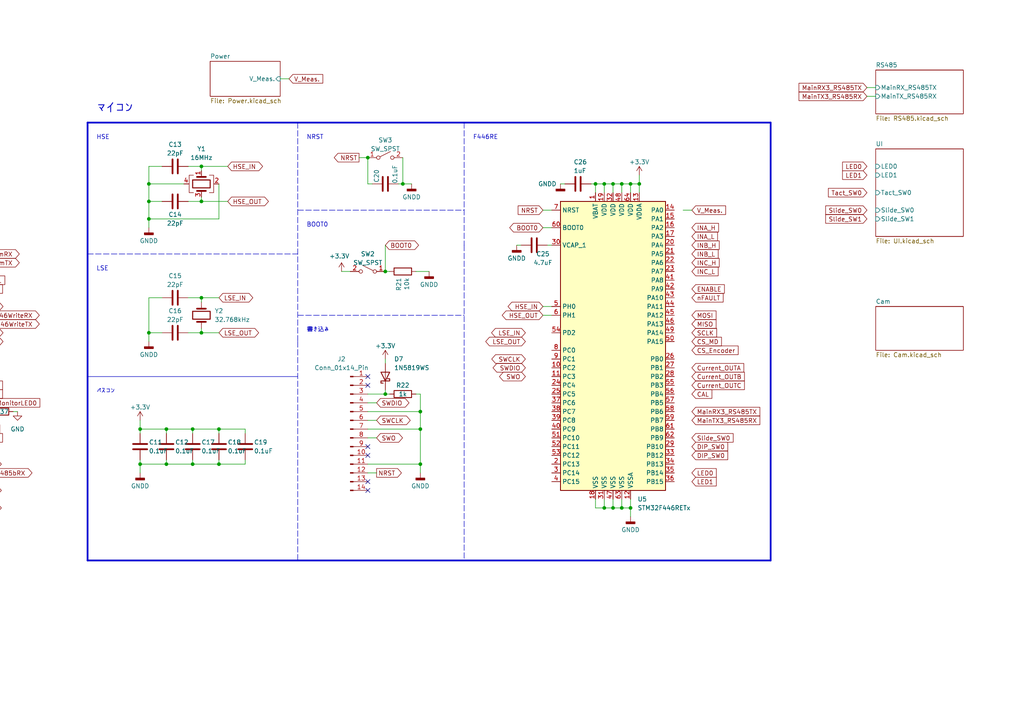
<source format=kicad_sch>
(kicad_sch (version 20230121) (generator eeschema)
  (paper "A4")
  (lib_symbols
    (symbol "Connector:Conn_01x14_Pin" (pin_names (offset 1.016) hide)
      (property "Reference" "J" (at 0 17.78 0))
      (property "Value" "Conn_01x14_Pin" (at 0 -20.32 0))
      (symbol "Conn_01x14_Pin_1_1"
        (polyline (pts (xy 1.27 -17.78) (xy 0.8636 -17.78)) (stroke (width 0.1524)))
        (polyline (pts (xy 1.27 -15.24) (xy 0.8636 -15.24)) (stroke (width 0.1524)))
        (polyline (pts (xy 1.27 -12.7) (xy 0.8636 -12.7)) (stroke (width 0.1524)))
        (polyline (pts (xy 1.27 -10.16) (xy 0.8636 -10.16)) (stroke (width 0.1524)))
        (polyline (pts (xy 1.27 -7.62) (xy 0.8636 -7.62)) (stroke (width 0.1524)))
        (polyline (pts (xy 1.27 -5.08) (xy 0.8636 -5.08)) (stroke (width 0.1524)))
        (polyline (pts (xy 1.27 -2.54) (xy 0.8636 -2.54)) (stroke (width 0.1524)))
        (polyline (pts (xy 1.27 0) (xy 0.8636 0)) (stroke (width 0.1524)))
        (polyline (pts (xy 1.27 2.54) (xy 0.8636 2.54)) (stroke (width 0.1524)))
        (polyline (pts (xy 1.27 5.08) (xy 0.8636 5.08)) (stroke (width 0.1524)))
        (polyline (pts (xy 1.27 7.62) (xy 0.8636 7.62)) (stroke (width 0.1524)))
        (polyline (pts (xy 1.27 10.16) (xy 0.8636 10.16)) (stroke (width 0.1524)))
        (polyline (pts (xy 1.27 12.7) (xy 0.8636 12.7)) (stroke (width 0.1524)))
        (polyline (pts (xy 1.27 15.24) (xy 0.8636 15.24)) (stroke (width 0.1524)))
        (rectangle (start 0.8636 -17.653) (end 0 -17.907) (stroke (width 0.1524)) (fill (type outline)))
        (rectangle (start 0.8636 -15.113) (end 0 -15.367) (stroke (width 0.1524)) (fill (type outline)))
        (rectangle (start 0.8636 -12.573) (end 0 -12.827) (stroke (width 0.1524)) (fill (type outline)))
        (rectangle (start 0.8636 -10.033) (end 0 -10.287) (stroke (width 0.1524)) (fill (type outline)))
        (rectangle (start 0.8636 -7.493) (end 0 -7.747) (stroke (width 0.1524)) (fill (type outline)))
        (rectangle (start 0.8636 -4.953) (end 0 -5.207) (stroke (width 0.1524)) (fill (type outline)))
        (rectangle (start 0.8636 -2.413) (end 0 -2.667) (stroke (width 0.1524)) (fill (type outline)))
        (rectangle (start 0.8636 0.127) (end 0 -0.127) (stroke (width 0.1524)) (fill (type outline)))
        (rectangle (start 0.8636 2.667) (end 0 2.413) (stroke (width 0.1524)) (fill (type outline)))
        (rectangle (start 0.8636 5.207) (end 0 4.953) (stroke (width 0.1524)) (fill (type outline)))
        (rectangle (start 0.8636 7.747) (end 0 7.493) (stroke (width 0.1524)) (fill (type outline)))
        (rectangle (start 0.8636 10.287) (end 0 10.033) (stroke (width 0.1524)) (fill (type outline)))
        (rectangle (start 0.8636 12.827) (end 0 12.573) (stroke (width 0.1524)) (fill (type outline)))
        (rectangle (start 0.8636 15.367) (end 0 15.113) (stroke (width 0.1524)) (fill (type outline)))
        (pin passive line (at 5.08 15.24 180) (length 3.81) (name "Pin_1") (number "1"))
        (pin passive line (at 5.08 -7.62 180) (length 3.81) (name "Pin_10") (number "10"))
        (pin passive line (at 5.08 -10.16 180) (length 3.81) (name "Pin_11") (number "11"))
        (pin passive line (at 5.08 -12.7 180) (length 3.81) (name "Pin_12") (number "12"))
        (pin passive line (at 5.08 -15.24 180) (length 3.81) (name "Pin_13") (number "13"))
        (pin passive line (at 5.08 -17.78 180) (length 3.81) (name "Pin_14") (number "14"))
        (pin passive line (at 5.08 12.7 180) (length 3.81) (name "Pin_2") (number "2"))
        (pin passive line (at 5.08 10.16 180) (length 3.81) (name "Pin_3") (number "3"))
        (pin passive line (at 5.08 7.62 180) (length 3.81) (name "Pin_4") (number "4"))
        (pin passive line (at 5.08 5.08 180) (length 3.81) (name "Pin_5") (number "5"))
        (pin passive line (at 5.08 2.54 180) (length 3.81) (name "Pin_6") (number "6"))
        (pin passive line (at 5.08 0 180) (length 3.81) (name "Pin_7") (number "7"))
        (pin passive line (at 5.08 -2.54 180) (length 3.81) (name "Pin_8") (number "8"))
        (pin passive line (at 5.08 -5.08 180) (length 3.81) (name "Pin_9") (number "9"))
      )
    )
    (symbol "D_Schottky_3" (pin_numbers hide) (pin_names (offset 1.016) hide)
      (property "Reference" "D" (at 0 2.54 0))
      (property "Value" "D_Schottky_3" (at 0 -2.54 0))
      (symbol "D_Schottky_3_0_1"
        (polyline (pts (xy 1.27 0) (xy -1.27 0)))
        (polyline (pts (xy 1.27 1.27) (xy 1.27 -1.27) (xy -1.27 0) (xy 1.27 1.27)) (stroke (width 0.254)))
        (polyline (pts (xy -1.905 0.635) (xy -1.905 1.27) (xy -1.27 1.27) (xy -1.27 -1.27) (xy -0.635 -1.27) (xy -0.635 -0.635)) (stroke (width 0.254)))
      )
      (symbol "D_Schottky_3_1_1"
        (pin passive line (at -3.81 0 0) (length 2.54) (name "K") (number "1"))
        (pin passive line (at 3.81 0 180) (length 2.54) (name "A") (number "2"))
      )
    )
    (symbol "Device:C" (pin_numbers hide) (pin_names (offset 0.254))
      (property "Reference" "C" (at 0.635 2.54 0))
      (property "Value" "C" (at 0.635 -2.54 0))
      (symbol "C_0_1"
        (polyline (pts (xy -2.032 -0.762) (xy 2.032 -0.762)) (stroke (width 0.508)))
        (polyline (pts (xy -2.032 0.762) (xy 2.032 0.762)) (stroke (width 0.508)))
      )
      (symbol "C_1_1"
        (pin passive line (at 0 3.81 270) (length 2.794) (name "~") (number "1"))
        (pin passive line (at 0 -3.81 90) (length 2.794) (name "~") (number "2"))
      )
    )
    (symbol "Device:Crystal" (pin_numbers hide) (pin_names (offset 1.016) hide)
      (property "Reference" "Y" (at 0 3.81 0))
      (property "Value" "Crystal" (at 0 -3.81 0))
      (symbol "Crystal_0_1"
        (rectangle (start -1.143 2.54) (end 1.143 -2.54) (stroke (width 0.3048)))
        (polyline (pts (xy -2.54 0) (xy -1.905 0)))
        (polyline (pts (xy -1.905 -1.27) (xy -1.905 1.27)) (stroke (width 0.508)))
        (polyline (pts (xy 1.905 -1.27) (xy 1.905 1.27)) (stroke (width 0.508)))
        (polyline (pts (xy 2.54 0) (xy 1.905 0)))
      )
      (symbol "Crystal_1_1"
        (pin passive line (at -3.81 0 0) (length 1.27) (name "1") (number "1"))
        (pin passive line (at 3.81 0 180) (length 1.27) (name "2") (number "2"))
      )
    )
    (symbol "Device:Crystal_GND24" (pin_names (offset 1.016) hide)
      (property "Reference" "Y" (at 3.175 5.08 0))
      (property "Value" "Crystal_GND24" (at 3.175 3.175 0))
      (symbol "Crystal_GND24_0_1"
        (rectangle (start -1.143 2.54) (end 1.143 -2.54) (stroke (width 0.3048)))
        (polyline (pts (xy -2.54 0) (xy -2.032 0)))
        (polyline (pts (xy -2.032 -1.27) (xy -2.032 1.27)) (stroke (width 0.508)))
        (polyline (pts (xy 0 -3.81) (xy 0 -3.556)))
        (polyline (pts (xy 0 3.556) (xy 0 3.81)))
        (polyline (pts (xy 2.032 -1.27) (xy 2.032 1.27)) (stroke (width 0.508)))
        (polyline (pts (xy 2.032 0) (xy 2.54 0)))
        (polyline (pts (xy -2.54 -2.286) (xy -2.54 -3.556) (xy 2.54 -3.556) (xy 2.54 -2.286)))
        (polyline (pts (xy -2.54 2.286) (xy -2.54 3.556) (xy 2.54 3.556) (xy 2.54 2.286)))
      )
      (symbol "Crystal_GND24_1_1"
        (pin passive line (at -3.81 0 0) (length 1.27) (name "1") (number "1"))
        (pin passive line (at 0 5.08 270) (length 1.27) (name "2") (number "2"))
        (pin passive line (at 3.81 0 180) (length 1.27) (name "3") (number "3"))
        (pin passive line (at 0 -5.08 90) (length 1.27) (name "4") (number "4"))
      )
    )
    (symbol "Device:R" (pin_numbers hide) (pin_names (offset 0))
      (property "Reference" "R" (at 2.032 0 90))
      (property "Value" "R" (at 0 0 90))
      (symbol "R_0_1"
        (rectangle (start -1.016 -2.54) (end 1.016 2.54) (stroke (width 0.254)))
      )
      (symbol "R_1_1"
        (pin passive line (at 0 3.81 270) (length 1.27) (name "~") (number "1"))
        (pin passive line (at 0 -3.81 90) (length 1.27) (name "~") (number "2"))
      )
    )
    (symbol "MCU_ST_STM32F4:STM32F446RETx"
      (property "Reference" "U" (at -15.24 41.91 0))
      (property "Value" "STM32F446RETx" (at 10.16 41.91 0))
      (symbol "STM32F446RETx_0_1"
        (rectangle (start -15.24 -43.18) (end 15.24 40.64) (stroke (width 0.254)) (fill (type background)))
      )
      (symbol "STM32F446RETx_1_1"
        (pin power_in line (at -5.08 43.18 270) (length 2.54) (name "VBAT") (number "1"))
        (pin bidirectional line (at -17.78 -7.62 0) (length 2.54) (name "PC2") (number "10"))
        (pin bidirectional line (at -17.78 -10.16 0) (length 2.54) (name "PC3") (number "11"))
        (pin power_in line (at 5.08 -45.72 90) (length 2.54) (name "VSSA") (number "12"))
        (pin power_in line (at 7.62 43.18 270) (length 2.54) (name "VDDA") (number "13"))
        (pin bidirectional line (at 17.78 38.1 180) (length 2.54) (name "PA0") (number "14"))
        (pin bidirectional line (at 17.78 35.56 180) (length 2.54) (name "PA1") (number "15"))
        (pin bidirectional line (at 17.78 33.02 180) (length 2.54) (name "PA2") (number "16"))
        (pin bidirectional line (at 17.78 30.48 180) (length 2.54) (name "PA3") (number "17"))
        (pin power_in line (at -5.08 -45.72 90) (length 2.54) (name "VSS") (number "18"))
        (pin power_in line (at -2.54 43.18 270) (length 2.54) (name "VDD") (number "19"))
        (pin bidirectional line (at -17.78 -35.56 0) (length 2.54) (name "PC13") (number "2"))
        (pin bidirectional line (at 17.78 27.94 180) (length 2.54) (name "PA4") (number "20"))
        (pin bidirectional line (at 17.78 25.4 180) (length 2.54) (name "PA5") (number "21"))
        (pin bidirectional line (at 17.78 22.86 180) (length 2.54) (name "PA6") (number "22"))
        (pin bidirectional line (at 17.78 20.32 180) (length 2.54) (name "PA7") (number "23"))
        (pin bidirectional line (at -17.78 -12.7 0) (length 2.54) (name "PC4") (number "24"))
        (pin bidirectional line (at -17.78 -15.24 0) (length 2.54) (name "PC5") (number "25"))
        (pin bidirectional line (at 17.78 -5.08 180) (length 2.54) (name "PB0") (number "26"))
        (pin bidirectional line (at 17.78 -7.62 180) (length 2.54) (name "PB1") (number "27"))
        (pin bidirectional line (at 17.78 -10.16 180) (length 2.54) (name "PB2") (number "28"))
        (pin bidirectional line (at 17.78 -30.48 180) (length 2.54) (name "PB10") (number "29"))
        (pin bidirectional line (at -17.78 -38.1 0) (length 2.54) (name "PC14") (number "3"))
        (pin power_in line (at -17.78 27.94 0) (length 2.54) (name "VCAP_1") (number "30"))
        (pin power_in line (at -2.54 -45.72 90) (length 2.54) (name "VSS") (number "31"))
        (pin power_in line (at 0 43.18 270) (length 2.54) (name "VDD") (number "32"))
        (pin bidirectional line (at 17.78 -33.02 180) (length 2.54) (name "PB12") (number "33"))
        (pin bidirectional line (at 17.78 -35.56 180) (length 2.54) (name "PB13") (number "34"))
        (pin bidirectional line (at 17.78 -38.1 180) (length 2.54) (name "PB14") (number "35"))
        (pin bidirectional line (at 17.78 -40.64 180) (length 2.54) (name "PB15") (number "36"))
        (pin bidirectional line (at -17.78 -17.78 0) (length 2.54) (name "PC6") (number "37"))
        (pin bidirectional line (at -17.78 -20.32 0) (length 2.54) (name "PC7") (number "38"))
        (pin bidirectional line (at -17.78 -22.86 0) (length 2.54) (name "PC8") (number "39"))
        (pin bidirectional line (at -17.78 -40.64 0) (length 2.54) (name "PC15") (number "4"))
        (pin bidirectional line (at -17.78 -25.4 0) (length 2.54) (name "PC9") (number "40"))
        (pin bidirectional line (at 17.78 17.78 180) (length 2.54) (name "PA8") (number "41"))
        (pin bidirectional line (at 17.78 15.24 180) (length 2.54) (name "PA9") (number "42"))
        (pin bidirectional line (at 17.78 12.7 180) (length 2.54) (name "PA10") (number "43"))
        (pin bidirectional line (at 17.78 10.16 180) (length 2.54) (name "PA11") (number "44"))
        (pin bidirectional line (at 17.78 7.62 180) (length 2.54) (name "PA12") (number "45"))
        (pin bidirectional line (at 17.78 5.08 180) (length 2.54) (name "PA13") (number "46"))
        (pin power_in line (at 0 -45.72 90) (length 2.54) (name "VSS") (number "47"))
        (pin power_in line (at 2.54 43.18 270) (length 2.54) (name "VDD") (number "48"))
        (pin bidirectional line (at 17.78 2.54 180) (length 2.54) (name "PA14") (number "49"))
        (pin input line (at -17.78 10.16 0) (length 2.54) (name "PH0") (number "5"))
        (pin bidirectional line (at 17.78 0 180) (length 2.54) (name "PA15") (number "50"))
        (pin bidirectional line (at -17.78 -27.94 0) (length 2.54) (name "PC10") (number "51"))
        (pin bidirectional line (at -17.78 -30.48 0) (length 2.54) (name "PC11") (number "52"))
        (pin bidirectional line (at -17.78 -33.02 0) (length 2.54) (name "PC12") (number "53"))
        (pin bidirectional line (at -17.78 2.54 0) (length 2.54) (name "PD2") (number "54"))
        (pin bidirectional line (at 17.78 -12.7 180) (length 2.54) (name "PB3") (number "55"))
        (pin bidirectional line (at 17.78 -15.24 180) (length 2.54) (name "PB4") (number "56"))
        (pin bidirectional line (at 17.78 -17.78 180) (length 2.54) (name "PB5") (number "57"))
        (pin bidirectional line (at 17.78 -20.32 180) (length 2.54) (name "PB6") (number "58"))
        (pin bidirectional line (at 17.78 -22.86 180) (length 2.54) (name "PB7") (number "59"))
        (pin input line (at -17.78 7.62 0) (length 2.54) (name "PH1") (number "6"))
        (pin input line (at -17.78 33.02 0) (length 2.54) (name "BOOT0") (number "60"))
        (pin bidirectional line (at 17.78 -25.4 180) (length 2.54) (name "PB8") (number "61"))
        (pin bidirectional line (at 17.78 -27.94 180) (length 2.54) (name "PB9") (number "62"))
        (pin power_in line (at 2.54 -45.72 90) (length 2.54) (name "VSS") (number "63"))
        (pin power_in line (at 5.08 43.18 270) (length 2.54) (name "VDD") (number "64"))
        (pin input line (at -17.78 38.1 0) (length 2.54) (name "NRST") (number "7"))
        (pin bidirectional line (at -17.78 -2.54 0) (length 2.54) (name "PC0") (number "8"))
        (pin bidirectional line (at -17.78 -5.08 0) (length 2.54) (name "PC1") (number "9"))
      )
    )
    (symbol "Switch:SW_SPST" (pin_names (offset 0) hide)
      (property "Reference" "SW" (at 0 3.175 0))
      (property "Value" "SW_SPST" (at 0 -2.54 0))
      (symbol "SW_SPST_0_0"
        (circle (center -2.032 0) (radius 0.508))
        (polyline (pts (xy -1.524 0.254) (xy 1.524 1.778)))
        (circle (center 2.032 0) (radius 0.508))
      )
      (symbol "SW_SPST_1_1"
        (pin passive line (at -5.08 0 0) (length 2.54) (name "A") (number "1"))
        (pin passive line (at 5.08 0 180) (length 2.54) (name "B") (number "2"))
      )
    )
    (symbol "power:+3.3V" (power) (pin_names (offset 0))
      (property "Value" "+3.3V" (at 0 3.556 0))
      (symbol "+3.3V_0_1"
        (polyline (pts (xy -0.762 1.27) (xy 0 2.54)))
        (polyline (pts (xy 0 0) (xy 0 2.54)))
        (polyline (pts (xy 0 2.54) (xy 0.762 1.27)))
      )
      (symbol "+3.3V_1_1"
        (pin power_in line (at 0 0 90) (length 0) hide (name "+3.3V") (number "1"))
      )
    )
    (symbol "power:GND" (power) (pin_names (offset 0))
      (property "Value" "GND" (at 0 -3.81 0))
      (symbol "GND_0_1"
        (polyline (pts (xy 0 0) (xy 0 -1.27) (xy 1.27 -1.27) (xy 0 -2.54) (xy -1.27 -1.27) (xy 0 -1.27)))
      )
      (symbol "GND_1_1"
        (pin power_in line (at 0 0 270) (length 0) hide (name "GND") (number "1"))
      )
    )
    (symbol "power:GNDD" (power) (pin_names (offset 0))
      (property "Value" "GNDD" (at 0 -3.175 0))
      (symbol "GNDD_0_1"
        (rectangle (start -1.27 -1.524) (end 1.27 -2.032) (stroke (width 0.254)) (fill (type outline)))
        (polyline (pts (xy 0 0) (xy 0 -1.524)))
      )
      (symbol "GNDD_1_1"
        (pin power_in line (at 0 0 270) (length 0) hide (name "GNDD") (number "1"))
      )
    )
  )
  (junction (at 58.42 86.36))
  (junction (at 55.88 134.62))
  (junction (at 121.92 124.46))
  (junction (at 43.18 53.34))
  (junction (at 43.18 63.5))
  (junction (at 40.64 134.62))
  (junction (at 180.34 53.34))
  (junction (at 175.26 53.34))
  (junction (at 175.26 147.32))
  (junction (at 111.76 114.3))
  (junction (at 185.42 53.34))
  (junction (at 48.26 134.62))
  (junction (at 177.8 147.32))
  (junction (at 182.88 147.32))
  (junction (at 43.18 96.52))
  (junction (at 58.42 96.52))
  (junction (at 116.84 53.34))
  (junction (at -5.08 116.84))
  (junction (at 180.34 147.32))
  (junction (at 63.5 134.62))
  (junction (at 182.88 53.34))
  (junction (at 111.76 78.74))
  (junction (at 172.72 53.34))
  (junction (at 58.42 58.42))
  (junction (at 121.92 134.62))
  (junction (at 106.68 45.72))
  (junction (at 43.18 58.42))
  (junction (at 55.88 124.46))
  (junction (at 121.92 119.38))
  (junction (at 177.8 53.34))
  (junction (at 63.5 124.46))
  (junction (at 48.26 124.46))
  (junction (at 58.42 48.26))
  (junction (at 40.64 124.46))
  (no_connect (at 106.68 139.7))
  (no_connect (at 106.68 132.08))
  (no_connect (at 106.68 129.54))
  (no_connect (at 106.68 142.24))
  (no_connect (at 106.68 109.22))
  (no_connect (at 106.68 111.76))
  (wire (pts (xy 172.72 53.34) (xy 172.72 55.88)))
  (wire (pts (xy 106.68 134.62) (xy 121.92 134.62)))
  (wire (pts (xy 58.42 95.25) (xy 58.42 96.52)))
  (wire (pts (xy 111.76 113.03) (xy 111.76 114.3)))
  (wire (pts (xy 182.88 53.34) (xy 182.88 55.88)))
  (wire (pts (xy 182.88 53.34) (xy 185.42 53.34)))
  (wire (pts (xy -15.24 99.06) (xy -12.7 99.06)))
  (wire (pts (xy -15.24 142.24) (xy -12.7 142.24)))
  (wire (pts (xy 63.5 134.62) (xy 71.12 134.62)))
  (wire (pts (xy 40.64 133.35) (xy 40.64 134.62)))
  (wire (pts (xy 48.26 124.46) (xy 55.88 124.46)))
  (wire (pts (xy 40.64 124.46) (xy 48.26 124.46)))
  (wire (pts (xy 172.72 147.32) (xy 175.26 147.32)))
  (wire (pts (xy 177.8 53.34) (xy 177.8 55.88)))
  (wire (pts (xy -15.24 88.9) (xy -12.7 88.9)))
  (wire (pts (xy -27.94 134.62) (xy -25.4 134.62)))
  (wire (pts (xy 111.76 114.3) (xy 113.03 114.3)))
  (wire (pts (xy -15.24 127) (xy -12.7 127)))
  (wire (pts (xy 121.92 124.46) (xy 121.92 119.38)))
  (wire (pts (xy 180.34 55.88) (xy 180.34 53.34)))
  (wire (pts (xy -27.94 101.6) (xy -25.4 101.6)))
  (wire (pts (xy 177.8 147.32) (xy 180.34 147.32)))
  (wire (pts (xy 177.8 144.78) (xy 177.8 147.32)))
  (polyline (pts (xy 86.36 91.44) (xy 134.62 91.44)) (stroke (width 0) (type dash)))
  (wire (pts (xy 111.76 71.12) (xy 111.76 78.74)))
  (polyline (pts (xy 134.62 71.12) (xy 134.62 162.56)) (stroke (width 0) (type dash)))
  (wire (pts (xy -15.24 116.84) (xy -5.08 116.84)))
  (wire (pts (xy -27.94 137.16) (xy -25.4 137.16)))
  (wire (pts (xy 81.28 22.86) (xy 83.82 22.86)))
  (wire (pts (xy -27.94 121.92) (xy -25.4 121.92)))
  (wire (pts (xy 116.84 53.34) (xy 119.38 53.34)))
  (wire (pts (xy 43.18 53.34) (xy 43.18 58.42)))
  (wire (pts (xy -15.24 104.14) (xy -12.7 104.14)))
  (wire (pts (xy -27.94 106.68) (xy -25.4 106.68)))
  (wire (pts (xy -27.94 116.84) (xy -25.4 116.84)))
  (wire (pts (xy 48.26 124.46) (xy 48.26 125.73)))
  (wire (pts (xy 43.18 48.26) (xy 43.18 53.34)))
  (wire (pts (xy -15.24 121.92) (xy -12.7 121.92)))
  (wire (pts (xy 106.68 121.92) (xy 109.22 121.92)))
  (wire (pts (xy -15.24 91.44) (xy -12.7 91.44)))
  (wire (pts (xy 111.76 114.3) (xy 106.68 114.3)))
  (wire (pts (xy 106.68 116.84) (xy 109.22 116.84)))
  (wire (pts (xy 43.18 86.36) (xy 43.18 96.52)))
  (wire (pts (xy -15.24 86.36) (xy -12.7 86.36)))
  (wire (pts (xy -15.24 124.46) (xy -12.7 124.46)))
  (wire (pts (xy 180.34 147.32) (xy 182.88 147.32)))
  (polyline (pts (xy 25.4 73.66) (xy 86.36 73.66)) (stroke (width 0) (type dash)))
  (wire (pts (xy -27.94 109.22) (xy -25.4 109.22)))
  (wire (pts (xy -27.94 132.08) (xy -25.4 132.08)))
  (wire (pts (xy 106.68 124.46) (xy 121.92 124.46)))
  (wire (pts (xy -27.94 96.52) (xy -25.4 96.52)))
  (wire (pts (xy 251.46 27.94) (xy 254 27.94)))
  (wire (pts (xy 40.64 124.46) (xy 40.64 125.73)))
  (wire (pts (xy 58.42 96.52) (xy 63.5 96.52)))
  (wire (pts (xy 40.64 134.62) (xy 40.64 137.16)))
  (wire (pts (xy 43.18 58.42) (xy 46.99 58.42)))
  (wire (pts (xy 48.26 134.62) (xy 55.88 134.62)))
  (wire (pts (xy 63.5 124.46) (xy 71.12 124.46)))
  (wire (pts (xy 54.61 86.36) (xy 58.42 86.36)))
  (wire (pts (xy 182.88 147.32) (xy 182.88 144.78)))
  (wire (pts (xy -15.24 111.76) (xy -12.7 111.76)))
  (wire (pts (xy 99.06 78.74) (xy 101.6 78.74)))
  (wire (pts (xy -15.24 147.32) (xy -12.7 147.32)))
  (polyline (pts (xy 25.4 35.56) (xy 25.4 162.56)) (stroke (width 0.5) (type solid)))
  (polyline (pts (xy 25.4 35.56) (xy 223.52 35.56)) (stroke (width 0.5) (type solid)))
  (wire (pts (xy 55.88 133.35) (xy 55.88 134.62)))
  (wire (pts (xy 106.68 127) (xy 109.22 127)))
  (wire (pts (xy 54.61 48.26) (xy 58.42 48.26)))
  (wire (pts (xy 251.46 25.4) (xy 254 25.4)))
  (wire (pts (xy 157.48 88.9) (xy 160.02 88.9)))
  (wire (pts (xy -15.24 93.98) (xy -12.7 93.98)))
  (wire (pts (xy 58.42 86.36) (xy 58.42 87.63)))
  (wire (pts (xy 71.12 124.46) (xy 71.12 125.73)))
  (wire (pts (xy 104.14 45.72) (xy 106.68 45.72)))
  (wire (pts (xy 116.84 53.34) (xy 115.57 53.34)))
  (wire (pts (xy 54.61 96.52) (xy 58.42 96.52)))
  (wire (pts (xy 58.42 58.42) (xy 66.04 58.42)))
  (wire (pts (xy 58.42 48.26) (xy 58.42 49.53)))
  (wire (pts (xy 40.64 121.92) (xy 40.64 124.46)))
  (wire (pts (xy 3.81 119.38) (xy 5.08 119.38)))
  (wire (pts (xy 121.92 114.3) (xy 121.92 119.38)))
  (wire (pts (xy 149.86 71.12) (xy 151.13 71.12)))
  (wire (pts (xy 163.83 53.34) (xy 162.56 53.34)))
  (wire (pts (xy 58.42 57.15) (xy 58.42 58.42)))
  (wire (pts (xy 63.5 53.34) (xy 63.5 63.5)))
  (wire (pts (xy -15.24 76.2) (xy -12.7 76.2)))
  (wire (pts (xy 172.72 144.78) (xy 172.72 147.32)))
  (wire (pts (xy 55.88 124.46) (xy 55.88 125.73)))
  (wire (pts (xy 185.42 53.34) (xy 185.42 55.88)))
  (wire (pts (xy 43.18 58.42) (xy 43.18 63.5)))
  (polyline (pts (xy 86.36 35.56) (xy 86.36 99.06)) (stroke (width 0) (type dash)))
  (wire (pts (xy 172.72 53.34) (xy 175.26 53.34)))
  (wire (pts (xy 180.34 147.32) (xy 180.34 144.78)))
  (wire (pts (xy -27.94 111.76) (xy -25.4 111.76)))
  (wire (pts (xy 121.92 134.62) (xy 121.92 124.46)))
  (wire (pts (xy -27.94 119.38) (xy -25.4 119.38)))
  (wire (pts (xy -15.24 83.82) (xy -12.7 83.82)))
  (wire (pts (xy 55.88 124.46) (xy 63.5 124.46)))
  (wire (pts (xy -15.24 68.58) (xy -12.7 68.58)))
  (wire (pts (xy -15.24 119.38) (xy -12.7 119.38)))
  (wire (pts (xy 177.8 53.34) (xy 180.34 53.34)))
  (wire (pts (xy -27.94 144.78) (xy -25.4 144.78)))
  (wire (pts (xy 111.76 104.14) (xy 111.76 105.41)))
  (wire (pts (xy 43.18 63.5) (xy 63.5 63.5)))
  (wire (pts (xy -15.24 73.66) (xy -12.7 73.66)))
  (wire (pts (xy 66.04 48.26) (xy 58.42 48.26)))
  (wire (pts (xy 120.65 78.74) (xy 124.46 78.74)))
  (wire (pts (xy 40.64 134.62) (xy 48.26 134.62)))
  (wire (pts (xy -5.08 116.84) (xy -2.54 116.84)))
  (wire (pts (xy 175.26 53.34) (xy 177.8 53.34)))
  (wire (pts (xy -15.24 137.16) (xy -12.7 137.16)))
  (wire (pts (xy 43.18 66.04) (xy 43.18 63.5)))
  (wire (pts (xy -27.94 124.46) (xy -25.4 124.46)))
  (wire (pts (xy 43.18 96.52) (xy 46.99 96.52)))
  (wire (pts (xy -27.94 114.3) (xy -25.4 114.3)))
  (wire (pts (xy 63.5 124.46) (xy 63.5 125.73)))
  (wire (pts (xy 106.68 45.72) (xy 106.68 53.34)))
  (wire (pts (xy 121.92 137.16) (xy 121.92 134.62)))
  (wire (pts (xy 106.68 119.38) (xy 121.92 119.38)))
  (wire (pts (xy 63.5 133.35) (xy 63.5 134.62)))
  (wire (pts (xy 43.18 96.52) (xy 43.18 99.06)))
  (wire (pts (xy -15.24 134.62) (xy -12.7 134.62)))
  (wire (pts (xy 120.65 114.3) (xy 121.92 114.3)))
  (wire (pts (xy -27.94 139.7) (xy -25.4 139.7)))
  (wire (pts (xy 175.26 144.78) (xy 175.26 147.32)))
  (wire (pts (xy 58.42 86.36) (xy 63.5 86.36)))
  (wire (pts (xy -15.24 71.12) (xy -12.7 71.12)))
  (wire (pts (xy -15.24 106.68) (xy -12.7 106.68)))
  (wire (pts (xy 71.12 134.62) (xy 71.12 133.35)))
  (wire (pts (xy -27.94 127) (xy -25.4 127)))
  (wire (pts (xy -15.24 144.78) (xy -12.7 144.78)))
  (wire (pts (xy 198.12 60.96) (xy 200.66 60.96)))
  (wire (pts (xy 182.88 147.32) (xy 182.88 149.86)))
  (wire (pts (xy 157.48 66.04) (xy 160.02 66.04)))
  (wire (pts (xy -27.94 129.54) (xy -25.4 129.54)))
  (wire (pts (xy -15.24 114.3) (xy -12.7 114.3)))
  (wire (pts (xy 116.84 45.72) (xy 116.84 53.34)))
  (wire (pts (xy -27.94 142.24) (xy -25.4 142.24)))
  (wire (pts (xy -3.81 119.38) (xy -5.08 119.38)))
  (wire (pts (xy -15.24 139.7) (xy -12.7 139.7)))
  (wire (pts (xy -5.08 119.38) (xy -5.08 116.84)))
  (polyline (pts (xy 86.36 60.96) (xy 134.62 60.96)) (stroke (width 0) (type dash)))
  (polyline (pts (xy 134.62 35.56) (xy 134.62 71.12)) (stroke (width 0) (type dash)))
  (wire (pts (xy 171.45 53.34) (xy 172.72 53.34)))
  (polyline (pts (xy 25.4 162.56) (xy 223.52 162.56)) (stroke (width 0.5) (type solid)))
  (polyline (pts (xy 223.52 162.56) (xy 223.52 35.56)) (stroke (width 0.5) (type solid)))
  (wire (pts (xy 106.68 53.34) (xy 107.95 53.34)))
  (wire (pts (xy -15.24 101.6) (xy -12.7 101.6)))
  (wire (pts (xy 157.48 91.44) (xy 160.02 91.44)))
  (polyline (pts (xy 86.36 99.06) (xy 86.36 162.56)) (stroke (width 0) (type dash)))
  (wire (pts (xy 175.26 55.88) (xy 175.26 53.34)))
  (wire (pts (xy 54.61 58.42) (xy 58.42 58.42)))
  (wire (pts (xy 111.76 78.74) (xy 113.03 78.74)))
  (wire (pts (xy -15.24 96.52) (xy -12.7 96.52)))
  (wire (pts (xy 180.34 53.34) (xy 182.88 53.34)))
  (wire (pts (xy 43.18 53.34) (xy 53.34 53.34)))
  (wire (pts (xy -15.24 78.74) (xy -12.7 78.74)))
  (wire (pts (xy -15.24 129.54) (xy -12.7 129.54)))
  (wire (pts (xy 185.42 50.8) (xy 185.42 53.34)))
  (wire (pts (xy 46.99 48.26) (xy 43.18 48.26)))
  (wire (pts (xy 175.26 147.32) (xy 177.8 147.32)))
  (wire (pts (xy 106.68 137.16) (xy 109.22 137.16)))
  (wire (pts (xy 55.88 134.62) (xy 63.5 134.62)))
  (wire (pts (xy 46.99 86.36) (xy 43.18 86.36)))
  (wire (pts (xy -27.94 93.98) (xy -25.4 93.98)))
  (wire (pts (xy 157.48 60.96) (xy 160.02 60.96)))
  (wire (pts (xy 48.26 133.35) (xy 48.26 134.62)))
  (wire (pts (xy 158.75 71.12) (xy 160.02 71.12)))
  (wire (pts (xy -15.24 132.08) (xy -12.7 132.08)))
  (wire (pts (xy -15.24 81.28) (xy -12.7 81.28)))
  (rectangle (start 25.4 109.22) (end 86.36 109.22))
  (text "BOOT0" (at 88.9 66.04 0) (effects (font (size 1.27 1.27)) (justify left bottom)))
  (text "HSE" (at 27.94 40.64 0) (effects (font (size 1.27 1.27)) (justify left bottom)))
  (text "マイコン" (at 27.94 33.02 0) (effects (font (size 2.54 2.54) (thickness 0.254) bold) (justify left bottom)))
  (text "LSE" (at 27.94 78.74 0) (effects (font (size 1.27 1.27)) (justify left bottom)))
  (text "NRST" (at 88.9 40.64 0) (effects (font (size 1.27 1.27)) (justify left bottom)))
  (text "パスコン" (at 27.94 114.3 0) (effects (font (size 1.27 1.27)) (justify left bottom)))
  (text "F446RE" (at 137.16 40.64 0) (effects (font (size 1.27 1.27)) (justify left bottom)))
  (text "書き込み" (at 88.9 96.52 0) (effects (font (size 1.27 1.27)) (justify left bottom)))
  (global_label "TMS" (shape bidirectional) (at -12.7 101.6 0) (property "Intersheetrefs" "${INTERSHEET_REFS}" (effects hide)))
  (global_label "INC_L" (shape input) (at 200.66 78.74 0) (property "Intersheetrefs" "${INTERSHEET_REFS}" (effects hide)))
  (global_label "Current_OUTB" (shape input) (at 200.66 109.22 0) (property "Intersheetrefs" "${INTERSHEET_REFS}" (effects hide)))
  (global_label "LEDTape3_L" (shape input) (at -12.7 127 0) (property "Intersheetrefs" "${INTERSHEET_REFS}" (effects hide)))
  (global_label "I2C1_SCL" (shape bidirectional) (at -12.7 132.08 0) (property "Intersheetrefs" "${INTERSHEET_REFS}" (effects hide)))
  (global_label "INC_H" (shape input) (at 200.66 76.2 0) (property "Intersheetrefs" "${INTERSHEET_REFS}" (effects hide)))
  (global_label "Sensor3" (shape bidirectional) (at -12.7 86.36 0) (property "Intersheetrefs" "${INTERSHEET_REFS}" (effects hide)))
  (global_label "HSE_OUT" (shape bidirectional) (at 157.48 91.44 180) (property "Intersheetrefs" "${INTERSHEET_REFS}" (effects hide)))
  (global_label "SWCLK" (shape bidirectional) (at 109.22 121.92 0) (property "Intersheetrefs" "${INTERSHEET_REFS}" (effects hide)))
  (global_label "F446_DIP4" (shape bidirectional) (at -27.94 134.62 180) (property "Intersheetrefs" "${INTERSHEET_REFS}" (effects hide)))
  (global_label "V_Measure" (shape output) (at -12.7 68.58 0) (property "Intersheetrefs" "${INTERSHEET_REFS}" (effects hide)))
  (global_label "Tact_SW0" (shape input) (at 251.46 55.88 180) (property "Intersheetrefs" "${INTERSHEET_REFS}" (effects hide)))
  (global_label "Tact_SW1" (shape output) (at -12.7 139.7 0) (property "Intersheetrefs" "${INTERSHEET_REFS}" (effects hide)))
  (global_label "ENABLE" (shape input) (at 200.66 83.82 0) (property "Intersheetrefs" "${INTERSHEET_REFS}" (effects hide)))
  (global_label "HSE_IN" (shape bidirectional) (at 66.04 48.26 0) (property "Intersheetrefs" "${INTERSHEET_REFS}" (effects hide)))
  (global_label "MainTX6_RS485aRX" (shape bidirectional) (at -27.94 121.92 180) (property "Intersheetrefs" "${INTERSHEET_REFS}" (effects hide)))
  (global_label "SWDIO" (shape bidirectional) (at 152.4 106.68 180) (property "Intersheetrefs" "${INTERSHEET_REFS}" (effects hide)))
  (global_label "MainTX2_ArmRX" (shape bidirectional) (at -12.7 73.66 0) (property "Intersheetrefs" "${INTERSHEET_REFS}" (effects hide)))
  (global_label "BOOT0" (shape bidirectional) (at 111.76 71.12 0) (property "Intersheetrefs" "${INTERSHEET_REFS}" (effects hide)))
  (global_label "LEDTape2_L" (shape input) (at -12.7 114.3 0) (property "Intersheetrefs" "${INTERSHEET_REFS}" (effects hide)))
  (global_label "CS_Encoder" (shape input) (at 200.66 101.6 0) (property "Intersheetrefs" "${INTERSHEET_REFS}" (effects hide)))
  (global_label "Servo_SW" (shape input) (at -12.7 71.12 0) (property "Intersheetrefs" "${INTERSHEET_REFS}" (effects hide)))
  (global_label "LSE_IN" (shape bidirectional) (at 63.5 86.36 0) (property "Intersheetrefs" "${INTERSHEET_REFS}" (effects hide)))
  (global_label "Slide_SW0" (shape input) (at 251.46 60.96 180) (property "Intersheetrefs" "${INTERSHEET_REFS}" (effects hide)))
  (global_label "LED1" (shape input) (at 251.46 50.8 180) (property "Intersheetrefs" "${INTERSHEET_REFS}" (effects hide)))
  (global_label "Current_OUTA" (shape input) (at 200.66 106.68 0) (property "Intersheetrefs" "${INTERSHEET_REFS}" (effects hide)))
  (global_label "V_Meas." (shape input) (at 200.66 60.96 0) (property "Intersheetrefs" "${INTERSHEET_REFS}" (effects hide)))
  (global_label "Conn_Detect" (shape input) (at -27.94 106.68 180) (property "Intersheetrefs" "${INTERSHEET_REFS}" (effects hide)))
  (global_label "MainTX3_RS485RX" (shape input) (at 251.46 27.94 180) (property "Intersheetrefs" "${INTERSHEET_REFS}" (effects hide)))
  (global_label "HSE_IN" (shape bidirectional) (at -27.94 93.98 180) (property "Intersheetrefs" "${INTERSHEET_REFS}" (effects hide)))
  (global_label "F446_DIP3" (shape bidirectional) (at -27.94 132.08 180) (property "Intersheetrefs" "${INTERSHEET_REFS}" (effects hide)))
  (global_label "NRST" (shape input) (at 157.48 60.96 180) (property "Intersheetrefs" "${INTERSHEET_REFS}" (effects hide)))
  (global_label "LSE_IN" (shape bidirectional) (at 152.4 96.52 180) (property "Intersheetrefs" "${INTERSHEET_REFS}" (effects hide)))
  (global_label "MainTX5_TweRX1" (shape bidirectional) (at -27.94 137.16 180) (property "Intersheetrefs" "${INTERSHEET_REFS}" (effects hide)))
  (global_label "BOOT0" (shape bidirectional) (at 157.48 66.04 180) (property "Intersheetrefs" "${INTERSHEET_REFS}" (effects hide)))
  (global_label "DIP_SW0" (shape input) (at 200.66 132.08 0) (property "Intersheetrefs" "${INTERSHEET_REFS}" (effects hide)))
  (global_label "Slide_SW1" (shape bidirectional) (at -12.7 147.32 0) (property "Intersheetrefs" "${INTERSHEET_REFS}" (effects hide)))
  (global_label "nFAULT" (shape input) (at 200.66 86.36 0) (property "Intersheetrefs" "${INTERSHEET_REFS}" (effects hide)))
  (global_label "Current_OUTC" (shape input) (at 200.66 111.76 0) (property "Intersheetrefs" "${INTERSHEET_REFS}" (effects hide)))
  (global_label "V_Meas." (shape input) (at 83.82 22.86 0) (property "Intersheetrefs" "${INTERSHEET_REFS}" (effects hide)))
  (global_label "HSE_OUT" (shape bidirectional) (at -27.94 96.52 180) (property "Intersheetrefs" "${INTERSHEET_REFS}" (effects hide)))
  (global_label "DAC" (shape input) (at -12.7 78.74 0) (property "Intersheetrefs" "${INTERSHEET_REFS}" (effects hide)))
  (global_label "LED0" (shape input) (at -12.7 121.92 0) (property "Intersheetrefs" "${INTERSHEET_REFS}" (effects hide)))
  (global_label "Slide_SW1" (shape input) (at 251.46 63.5 180) (property "Intersheetrefs" "${INTERSHEET_REFS}" (effects hide)))
  (global_label "SWO" (shape bidirectional) (at -12.7 119.38 0) (property "Intersheetrefs" "${INTERSHEET_REFS}" (effects hide)))
  (global_label "Volume" (shape input) (at -27.94 116.84 180) (property "Intersheetrefs" "${INTERSHEET_REFS}" (effects hide)))
  (global_label "NRST" (shape output) (at 109.22 137.16 0) (property "Intersheetrefs" "${INTERSHEET_REFS}" (effects hide)))
  (global_label "I2C1_SDA" (shape bidirectional) (at -12.7 129.54 0) (property "Intersheetrefs" "${INTERSHEET_REFS}" (effects hide)))
  (global_label "LSE_OUT" (shape bidirectional) (at 63.5 96.52 0) (property "Intersheetrefs" "${INTERSHEET_REFS}" (effects hide)))
  (global_label "MonitorLED0" (shape input) (at -2.54 116.84 0) (property "Intersheetrefs" "${INTERSHEET_REFS}" (effects hide)))
  (global_label "MainTX3_RS485bRX" (shape bidirectional) (at -12.7 137.16 0) (property "Intersheetrefs" "${INTERSHEET_REFS}" (effects hide)))
  (global_label "MainRX1_F446WriteTX" (shape bidirectional) (at -12.7 93.98 0) (property "Intersheetrefs" "${INTERSHEET_REFS}" (effects hide)))
  (global_label "CAL" (shape input) (at 200.66 114.3 0) (property "Intersheetrefs" "${INTERSHEET_REFS}" (effects hide)))
  (global_label "LED1" (shape input) (at -12.7 106.68 0) (property "Intersheetrefs" "${INTERSHEET_REFS}" (effects hide)))
  (global_label "INA_H" (shape input) (at 200.66 66.04 0) (property "Intersheetrefs" "${INTERSHEET_REFS}" (effects hide)))
  (global_label "Tact_SW2" (shape output) (at -27.94 127 180) (property "Intersheetrefs" "${INTERSHEET_REFS}" (effects hide)))
  (global_label "MISO" (shape input) (at 200.66 93.98 0) (property "Intersheetrefs" "${INTERSHEET_REFS}" (effects hide)))
  (global_label "SWO" (shape bidirectional) (at 152.4 109.22 180) (property "Intersheetrefs" "${INTERSHEET_REFS}" (effects hide)))
  (global_label "LSE_OUT" (shape bidirectional) (at 152.4 99.06 180) (property "Intersheetrefs" "${INTERSHEET_REFS}" (effects hide)))
  (global_label "DIP_SW0" (shape input) (at 200.66 129.54 0) (property "Intersheetrefs" "${INTERSHEET_REFS}" (effects hide)))
  (global_label "Sensor2" (shape bidirectional) (at -27.94 111.76 180) (property "Intersheetrefs" "${INTERSHEET_REFS}" (effects hide)))
  (global_label "INA_L" (shape input) (at 200.66 68.58 0) (property "Intersheetrefs" "${INTERSHEET_REFS}" (effects hide)))
  (global_label "LED0" (shape input) (at 200.66 137.16 0) (property "Intersheetrefs" "${INTERSHEET_REFS}" (effects hide)))
  (global_label "TCK" (shape bidirectional) (at -12.7 104.14 0) (property "Intersheetrefs" "${INTERSHEET_REFS}" (effects hide)))
  (global_label "LSE_OUT" (shape bidirectional) (at -27.94 144.78 180) (property "Intersheetrefs" "${INTERSHEET_REFS}" (effects hide)))
  (global_label "SWO" (shape bidirectional) (at 109.22 127 0) (property "Intersheetrefs" "${INTERSHEET_REFS}" (effects hide)))
  (global_label "Sensor0" (shape bidirectional) (at -27.94 114.3 180) (property "Intersheetrefs" "${INTERSHEET_REFS}" (effects hide)))
  (global_label "MainRX2_ArmTX" (shape bidirectional) (at -12.7 76.2 0) (property "Intersheetrefs" "${INTERSHEET_REFS}" (effects hide)))
  (global_label "F446_DIP2" (shape bidirectional) (at -12.7 88.9 0) (property "Intersheetrefs" "${INTERSHEET_REFS}" (effects hide)))
  (global_label "HSE_OUT" (shape bidirectional) (at 66.04 58.42 0) (property "Intersheetrefs" "${INTERSHEET_REFS}" (effects hide)))
  (global_label "Gyro_RST" (shape input) (at -27.94 129.54 180) (property "Intersheetrefs" "${INTERSHEET_REFS}" (effects hide)))
  (global_label "SCLK" (shape input) (at 200.66 96.52 0) (property "Intersheetrefs" "${INTERSHEET_REFS}" (effects hide)))
  (global_label "F446_DIP0" (shape bidirectional) (at -12.7 99.06 0) (property "Intersheetrefs" "${INTERSHEET_REFS}" (effects hide)))
  (global_label "MainTX1_F446WriteRX" (shape bidirectional) (at -12.7 91.44 0) (property "Intersheetrefs" "${INTERSHEET_REFS}" (effects hide)))
  (global_label "INB_L" (shape input) (at 200.66 73.66 0) (property "Intersheetrefs" "${INTERSHEET_REFS}" (effects hide)))
  (global_label "F446_DIP1" (shape bidirectional) (at -12.7 96.52 0) (property "Intersheetrefs" "${INTERSHEET_REFS}" (effects hide)))
  (global_label "SWDIO" (shape bidirectional) (at 109.22 116.84 0) (property "Intersheetrefs" "${INTERSHEET_REFS}" (effects hide)))
  (global_label "LEDTape0_L" (shape input) (at -12.7 83.82 0) (property "Intersheetrefs" "${INTERSHEET_REFS}" (effects hide)))
  (global_label "Slide_SW2" (shape bidirectional) (at -12.7 142.24 0) (property "Intersheetrefs" "${INTERSHEET_REFS}" (effects hide)))
  (global_label "MainRX3_RS485bTX" (shape bidirectional) (at -27.94 119.38 180) (property "Intersheetrefs" "${INTERSHEET_REFS}" (effects hide)))
  (global_label "LSE_IN" (shape bidirectional) (at -27.94 142.24 180) (property "Intersheetrefs" "${INTERSHEET_REFS}" (effects hide)))
  (global_label "MainRX3_RS485TX" (shape input) (at 200.66 119.38 0) (property "Intersheetrefs" "${INTERSHEET_REFS}" (effects hide)))
  (global_label "Slide_SW0" (shape bidirectional) (at -12.7 134.62 0) (property "Intersheetrefs" "${INTERSHEET_REFS}" (effects hide)))
  (global_label "MOSI" (shape input) (at 200.66 91.44 0) (property "Intersheetrefs" "${INTERSHEET_REFS}" (effects hide)))
  (global_label "MainRX6_RS485aTX" (shape bidirectional) (at -27.94 124.46 180) (property "Intersheetrefs" "${INTERSHEET_REFS}" (effects hide)))
  (global_label "NRST" (shape output) (at 104.14 45.72 180) (property "Intersheetrefs" "${INTERSHEET_REFS}" (effects hide)))
  (global_label "MainRX5_TweTX1" (shape bidirectional) (at -27.94 101.6 180) (property "Intersheetrefs" "${INTERSHEET_REFS}" (effects hide)))
  (global_label "MonitorLED1" (shape input) (at -12.7 81.28 0) (property "Intersheetrefs" "${INTERSHEET_REFS}" (effects hide)))
  (global_label "SWCLK" (shape bidirectional) (at 152.4 104.14 180) (property "Intersheetrefs" "${INTERSHEET_REFS}" (effects hide)))
  (global_label "LED1" (shape input) (at 200.66 139.7 0) (property "Intersheetrefs" "${INTERSHEET_REFS}" (effects hide)))
  (global_label "TweRST_Sig" (shape input) (at -27.94 139.7 180) (property "Intersheetrefs" "${INTERSHEET_REFS}" (effects hide)))
  (global_label "Slide_SW0" (shape input) (at 200.66 127 0) (property "Intersheetrefs" "${INTERSHEET_REFS}" (effects hide)))
  (global_label "CS_MD" (shape input) (at 200.66 99.06 0) (property "Intersheetrefs" "${INTERSHEET_REFS}" (effects hide)))
  (global_label "MainTX3_RS485RX" (shape input) (at 200.66 121.92 0) (property "Intersheetrefs" "${INTERSHEET_REFS}" (effects hide)))
  (global_label "INB_H" (shape input) (at 200.66 71.12 0) (property "Intersheetrefs" "${INTERSHEET_REFS}" (effects hide)))
  (global_label "MainRX3_RS485TX" (shape input) (at 251.46 25.4 180) (property "Intersheetrefs" "${INTERSHEET_REFS}" (effects hide)))
  (global_label "LEDTape1_L" (shape input) (at -12.7 111.76 0) (property "Intersheetrefs" "${INTERSHEET_REFS}" (effects hide)))
  (global_label "Sensor1" (shape bidirectional) (at -27.94 109.22 180) (property "Intersheetrefs" "${INTERSHEET_REFS}" (effects hide)))
  (global_label "LED0" (shape input) (at 251.46 48.26 180) (property "Intersheetrefs" "${INTERSHEET_REFS}" (effects hide)))
  (global_label "HSE_IN" (shape bidirectional) (at 157.48 88.9 180) (property "Intersheetrefs" "${INTERSHEET_REFS}" (effects hide)))
  (global_label "NeoPixel_L" (shape input) (at -12.7 124.46 0) (property "Intersheetrefs" "${INTERSHEET_REFS}" (effects hide)))
  (global_label "Tact_SW0" (shape output) (at -12.7 144.78 0) (property "Intersheetrefs" "${INTERSHEET_REFS}" (effects hide)))
  (symbol (lib_id "power:GNDD") (at 119.38 53.34 0) (unit 1)
    (property "Reference" "#PWR037" (effects hide))
    (property "Value" "GNDD" (at 119.38 57.15 0))
  )
  (symbol (lib_id "Device:C") (at 50.8 86.36 90) (unit 1)
    (property "Reference" "C15" (at 50.8 80.01 90))
    (property "Value" "22pF" (at 50.8 82.55 90))
    (property "Footprint" "Capacitor_SMD:C_0603_1608Metric" (effects hide))
  )
  (symbol (lib_id "power:GNDD") (at 182.88 149.86 0) (unit 1)
    (property "Reference" "#PWR063" (effects hide))
    (property "Value" "GNDD" (at 182.88 153.67 0))
  )
  (symbol (lib_id "Device:Crystal") (at 58.42 91.44 90) (unit 1)
    (property "Reference" "Y2" (at 62.23 90.1699 90) (effects (justify right)))
    (property "Value" "32.768kHz" (at 62.23 92.7099 90) (effects (justify right)))
    (property "Footprint" "Crystal:Crystal_SMD_3215-2Pin_3.2x1.5mm" (effects hide))
  )
  (symbol (lib_id "Device:R") (at 116.84 78.74 90) (mirror x) (unit 1)
    (property "Reference" "R21" (at 115.6716 80.518 0) (effects (justify left)))
    (property "Value" "10k" (at 117.983 80.518 0) (effects (justify left)))
    (property "Footprint" "Resistor_SMD:R_0402_1005Metric" (effects hide))
  )
  (symbol (lib_id "power:+3.3V") (at 111.76 104.14 0) (unit 1)
    (property "Reference" "#PWR036" (effects hide))
    (property "Value" "+3.3V" (at 111.76 100.33 0))
  )
  (symbol (lib_id "Device:C") (at 55.88 129.54 0) (unit 1)
    (property "Reference" "C17" (at 58.42 128.27 0) (effects (justify left)))
    (property "Value" "0.1uF" (at 58.42 130.81 0) (effects (justify left)))
    (property "Footprint" "Capacitor_SMD:C_0402_1005Metric" (effects hide))
  )
  (symbol (lib_id "power:+3.3V") (at 185.42 50.8 0) (unit 1)
    (property "Reference" "#PWR064" (effects hide))
    (property "Value" "+3.3V" (at 185.42 46.99 0))
  )
  (symbol (lib_id "Device:C") (at 154.94 71.12 90) (unit 1)
    (property "Reference" "C25" (at 157.48 73.66 90))
    (property "Value" "4.7uF" (at 157.48 76.2 90))
    (property "Footprint" "Capacitor_SMD:C_0603_1608Metric" (effects hide))
  )
  (symbol (lib_id "Device:C") (at 63.5 129.54 0) (unit 1)
    (property "Reference" "C18" (at 66.04 128.27 0) (effects (justify left)))
    (property "Value" "0.1uF" (at 66.04 130.81 0) (effects (justify left)))
    (property "Footprint" "Capacitor_SMD:C_0402_1005Metric" (effects hide))
  )
  (symbol (lib_id "MCU_ST_STM32F4:STM32F446RETx") (at 177.8 99.06 0) (unit 1)
    (property "Reference" "U5" (at 184.8994 144.78 0) (effects (justify left)))
    (property "Value" "STM32F446RETx" (at 184.8994 147.32 0) (effects (justify left)))
    (property "Footprint" "Package_QFP:LQFP-64_10x10mm_P0.5mm" (effects hide))
    (property "Datasheet" "http://www.st.com/st-web-ui/static/active/en/resource/technical/document/datasheet/DM00141306.pdf" (effects hide))
  )
  (symbol (lib_id "Device:C") (at 167.64 53.34 270) (unit 1)
    (property "Reference" "C26" (at 166.37 46.99 90) (effects (justify left)))
    (property "Value" "1uF" (at 166.37 49.53 90) (effects (justify left)))
    (property "Footprint" "Capacitor_SMD:C_0402_1005Metric" (effects hide))
  )
  (symbol (lib_id "Device:C") (at 50.8 58.42 90) (unit 1)
    (property "Reference" "C14" (at 50.8 62.23 90))
    (property "Value" "22pF" (at 50.8 64.77 90))
    (property "Footprint" "Capacitor_SMD:C_0603_1608Metric" (effects hide))
  )
  (symbol (lib_id "Device:R") (at 116.84 114.3 90) (mirror x) (unit 1)
    (property "Reference" "R22" (at 116.84 111.76 90))
    (property "Value" "1k" (at 116.84 114.3 90))
    (property "Footprint" "Resistor_SMD:R_0402_1005Metric" (effects hide))
  )
  (symbol (lib_id "power:GNDD") (at 124.46 78.74 0) (unit 1)
    (property "Reference" "#PWR039" (effects hide))
    (property "Value" "GNDD" (at 124.46 82.55 0))
  )
  (symbol (lib_id "power:GNDD") (at 149.86 71.12 0) (unit 1)
    (property "Reference" "#PWR040" (effects hide))
    (property "Value" "GNDD" (at 149.86 74.93 0))
  )
  (symbol (lib_id "Device:R") (at 0 119.38 90) (mirror x) (unit 1)
    (property "Reference" "R37" (at 2.54 119.38 90) (effects (justify left)))
    (property "Value" "10k" (at 0 121.92 90) (effects (justify left)))
    (property "Footprint" "Resistor_SMD:R_0402_1005Metric" (effects hide))
  )
  (symbol (lib_id "Device:C") (at 50.8 96.52 90) (unit 1)
    (property "Reference" "C16" (at 50.8 90.17 90))
    (property "Value" "22pF" (at 50.8 92.71 90))
    (property "Footprint" "Capacitor_SMD:C_0603_1608Metric" (effects hide))
  )
  (symbol (lib_id "Device:Crystal_GND24") (at 58.42 53.34 270) (unit 1)
    (property "Reference" "Y1" (at 58.42 43.18 90))
    (property "Value" "16MHz" (at 58.42 45.72 90))
    (property "Footprint" "Crystal:Crystal_SMD_3225-4Pin_3.2x2.5mm_HandSoldering" (effects hide))
  )
  (symbol (lib_id "Connector:Conn_01x14_Pin") (at 101.6 124.46 0) (unit 1)
    (property "Reference" "J2" (at 99.06 104.14 0))
    (property "Value" "Conn_01x14_Pin" (at 99.06 106.68 0))
  )
  (symbol (lib_id "Switch:SW_SPST") (at 111.76 45.72 0) (unit 1)
    (property "Reference" "SW3" (at 111.76 40.64 0))
    (property "Value" "SW_SPST" (at 111.76 43.18 0))
    (property "Footprint" "Button_Switch_SMD:SW_Push_1P1T_NO_Vertical_Wuerth_434133025816" (effects hide))
  )
  (symbol (lib_id "power:GND") (at 5.08 119.38 0) (mirror y) (unit 1)
    (property "Reference" "#PWR065" (effects hide))
    (property "Value" "GND" (at 5.08 124.46 0))
  )
  (symbol (lib_id "Device:C") (at 48.26 129.54 0) (unit 1)
    (property "Reference" "C12" (at 50.8 128.27 0) (effects (justify left)))
    (property "Value" "0.1uF" (at 50.8 130.81 0) (effects (justify left)))
    (property "Footprint" "Capacitor_SMD:C_0402_1005Metric" (effects hide))
  )
  (symbol (lib_id "power:GNDD") (at 43.18 66.04 0) (unit 1)
    (property "Reference" "#PWR033" (effects hide))
    (property "Value" "GNDD" (at 43.18 69.85 0))
  )
  (symbol (lib_id "Switch:SW_SPST") (at 106.68 78.74 0) (mirror y) (unit 1)
    (property "Reference" "SW2" (at 106.68 73.66 0))
    (property "Value" "SW_SPST" (at 106.68 76.2 0))
    (property "Footprint" "Button_Switch_SMD:SW_Push_1P1T_NO_Vertical_Wuerth_434133025816" (effects hide))
  )
  (symbol (lib_id "power:+3.3V") (at 99.06 78.74 0) (unit 1)
    (property "Reference" "#PWR035" (effects hide))
    (property "Value" "+3.3V" (at 98.425 74.295 0))
  )
  (symbol (lib_id "Device:C") (at 71.12 129.54 0) (unit 1)
    (property "Reference" "C19" (at 73.66 128.27 0) (effects (justify left)))
    (property "Value" "0.1uF" (at 73.66 130.81 0) (effects (justify left)))
    (property "Footprint" "Capacitor_SMD:C_0402_1005Metric" (effects hide))
  )
  (symbol (lib_id "power:GNDD") (at 121.92 137.16 0) (unit 1)
    (property "Reference" "#PWR038" (effects hide))
    (property "Value" "GNDD" (at 121.92 140.97 0))
  )
  (symbol (lib_id "Device:C") (at 40.64 129.54 0) (unit 1)
    (property "Reference" "C11" (at 43.18 128.27 0) (effects (justify left)))
    (property "Value" "0.1uF" (at 43.18 130.81 0) (effects (justify left)))
    (property "Footprint" "Capacitor_SMD:C_0402_1005Metric" (effects hide))
  )
  (symbol (lib_id "Device:C") (at 50.8 48.26 90) (unit 1)
    (property "Reference" "C13" (at 50.8 41.91 90))
    (property "Value" "22pF" (at 50.8 44.45 90))
    (property "Footprint" "Capacitor_SMD:C_0603_1608Metric" (effects hide))
  )
  (symbol (lib_id "power:GNDD") (at 162.56 53.34 0) (unit 1)
    (property "Reference" "#PWR062" (effects hide))
    (property "Value" "GNDD" (at 158.75 53.34 0))
  )
  (symbol (lib_id "power:+3.3V") (at 40.64 121.92 0) (unit 1)
    (property "Reference" "#PWR031" (effects hide))
    (property "Value" "+3.3V" (at 40.64 118.11 0))
  )
  (symbol (lib_id "Device:C") (at 111.76 53.34 90) (unit 1)
    (property "Reference" "C20" (at 109.22 51.054 0))
    (property "Value" "0.1uF" (at 114.554 50.546 0))
    (property "Footprint" "Capacitor_SMD:C_0402_1005Metric" (effects hide))
  )
  (symbol (lib_id "power:GNDD") (at 43.18 99.06 0) (unit 1)
    (property "Reference" "#PWR034" (effects hide))
    (property "Value" "GNDD" (at 43.18 102.87 0))
  )
  (symbol (lib_name "D_Schottky_3") (lib_id "Device:D_Schottky") (at 111.76 109.22 90) (unit 1)
    (property "Reference" "D7" (at 114.3 104.14 90) (effects (justify right)))
    (property "Value" "1N5819WS" (at 114.3 106.68 90) (effects (justify right)))
    (property "Footprint" "Diode_SMD:D_SOD-323_HandSoldering" (effects hide))
  )
  (symbol (lib_id "power:GNDD") (at 40.64 137.16 0) (unit 1)
    (property "Reference" "#PWR032" (effects hide))
    (property "Value" "GNDD" (at 40.64 140.97 0))
  )
  (sheet (at 60.96 17.78) (size 20.32 10.16) (stroke (width 0.1524))
    (property "Sheetname" "Power" (at 60.96 17.0684 0) (effects (justify left bottom)))
    (property "Sheetfile" "Power.kicad_sch" (at 60.96 28.5246 0) (effects (justify left top)))
    (pin "V_Meas." input (at 81.28 22.86 0))
  )
  (sheet (at 254 43.18) (size 25.4 25.4) (stroke (width 0.1524))
    (property "Sheetname" "UI" (at 254 42.4684 0) (effects (justify left bottom)))
    (property "Sheetfile" "UI.kicad_sch" (at 254 69.1646 0) (effects (justify left top)))
    (pin "Tact_SW0" input (at 254 55.88 180))
    (pin "LED1" input (at 254 50.8 180))
    (pin "LED0" input (at 254 48.26 180))
    (pin "Slide_SW1" input (at 254 63.5 180))
    (pin "Slide_SW0" input (at 254 60.96 180))
  )
  (sheet (at 254 20.32) (size 25.4 12.7) (stroke (width 0.1524))
    (property "Sheetname" "RS485" (at 254 19.6084 0) (effects (justify left bottom)))
    (property "Sheetfile" "RS485.kicad_sch" (at 254 33.6046 0) (effects (justify left top)))
    (pin "MainTX_RS485RX" input (at 254 27.94 180))
    (pin "MainRX_RS485TX" input (at 254 25.4 180))
  )
  (sheet (at 254 88.9) (size 25.4 12.7) (stroke (width 0.1524))
    (property "Sheetname" "Cam" (at 254 88.1884 0) (effects (justify left bottom)))
    (property "Sheetfile" "Cam.kicad_sch" (at 254 102.1846 0) (effects (justify left top)))
  )
)
</source>
